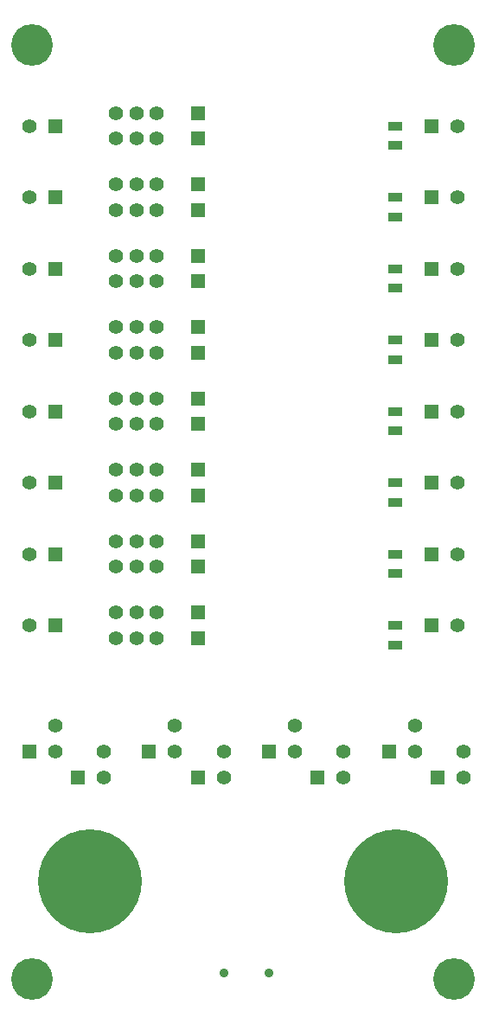
<source format=gbs>
G04 (created by PCBNEW (2013-mar-13)-testing) date vie 02 ago 2013 12:29:19 CEST*
%MOIN*%
G04 Gerber Fmt 3.4, Leading zero omitted, Abs format*
%FSLAX34Y34*%
G01*
G70*
G90*
G04 APERTURE LIST*
%ADD10C,0.005906*%
%ADD11R,0.055000X0.055000*%
%ADD12C,0.055000*%
%ADD13C,0.400000*%
%ADD14R,0.055000X0.035000*%
%ADD15C,0.160000*%
%ADD16C,0.035400*%
G04 APERTURE END LIST*
G54D10*
G54D11*
X37500Y-28000D03*
G54D12*
X35925Y-28000D03*
X35137Y-28000D03*
X34350Y-28000D03*
G54D11*
X37500Y-28984D03*
G54D12*
X35925Y-28984D03*
X35137Y-28984D03*
X34350Y-28984D03*
G54D13*
X45150Y-57625D03*
X33350Y-57625D03*
G54D11*
X46500Y-28500D03*
G54D12*
X47500Y-28500D03*
G54D11*
X46500Y-31250D03*
G54D12*
X47500Y-31250D03*
G54D11*
X46500Y-34000D03*
G54D12*
X47500Y-34000D03*
G54D11*
X46500Y-36750D03*
G54D12*
X47500Y-36750D03*
G54D11*
X46500Y-39500D03*
G54D12*
X47500Y-39500D03*
G54D11*
X46500Y-42250D03*
G54D12*
X47500Y-42250D03*
G54D11*
X46500Y-45000D03*
G54D12*
X47500Y-45000D03*
G54D11*
X46500Y-47750D03*
G54D12*
X47500Y-47750D03*
G54D11*
X32000Y-28500D03*
G54D12*
X31000Y-28500D03*
G54D11*
X32000Y-31250D03*
G54D12*
X31000Y-31250D03*
G54D11*
X32000Y-34000D03*
G54D12*
X31000Y-34000D03*
G54D11*
X32000Y-36750D03*
G54D12*
X31000Y-36750D03*
G54D11*
X32000Y-39500D03*
G54D12*
X31000Y-39500D03*
G54D11*
X32000Y-42250D03*
G54D12*
X31000Y-42250D03*
G54D11*
X32000Y-45000D03*
G54D12*
X31000Y-45000D03*
G54D11*
X32000Y-47750D03*
G54D12*
X31000Y-47750D03*
G54D14*
X45125Y-28500D03*
X45125Y-29250D03*
X45125Y-31250D03*
X45125Y-32000D03*
X45125Y-34000D03*
X45125Y-34750D03*
X45125Y-36750D03*
X45125Y-37500D03*
X45125Y-39500D03*
X45125Y-40250D03*
X45125Y-42250D03*
X45125Y-43000D03*
X45125Y-45000D03*
X45125Y-45750D03*
X45125Y-47750D03*
X45125Y-48500D03*
G54D11*
X37500Y-30750D03*
G54D12*
X35925Y-30750D03*
X35137Y-30750D03*
X34350Y-30750D03*
G54D11*
X37500Y-31734D03*
G54D12*
X35925Y-31734D03*
X35137Y-31734D03*
X34350Y-31734D03*
G54D11*
X37500Y-33500D03*
G54D12*
X35925Y-33500D03*
X35137Y-33500D03*
X34350Y-33500D03*
G54D11*
X37500Y-34484D03*
G54D12*
X35925Y-34484D03*
X35137Y-34484D03*
X34350Y-34484D03*
G54D11*
X37500Y-36250D03*
G54D12*
X35925Y-36250D03*
X35137Y-36250D03*
X34350Y-36250D03*
G54D11*
X37500Y-37234D03*
G54D12*
X35925Y-37234D03*
X35137Y-37234D03*
X34350Y-37234D03*
G54D11*
X37500Y-39000D03*
G54D12*
X35925Y-39000D03*
X35137Y-39000D03*
X34350Y-39000D03*
G54D11*
X37500Y-39984D03*
G54D12*
X35925Y-39984D03*
X35137Y-39984D03*
X34350Y-39984D03*
G54D11*
X37500Y-41750D03*
G54D12*
X35925Y-41750D03*
X35137Y-41750D03*
X34350Y-41750D03*
G54D11*
X37500Y-42734D03*
G54D12*
X35925Y-42734D03*
X35137Y-42734D03*
X34350Y-42734D03*
G54D11*
X37500Y-44500D03*
G54D12*
X35925Y-44500D03*
X35137Y-44500D03*
X34350Y-44500D03*
G54D11*
X37500Y-45484D03*
G54D12*
X35925Y-45484D03*
X35137Y-45484D03*
X34350Y-45484D03*
G54D11*
X37500Y-47250D03*
G54D12*
X35925Y-47250D03*
X35137Y-47250D03*
X34350Y-47250D03*
G54D11*
X37500Y-48234D03*
G54D12*
X35925Y-48234D03*
X35137Y-48234D03*
X34350Y-48234D03*
G54D15*
X31125Y-61375D03*
X47375Y-25375D03*
X31125Y-25375D03*
X47375Y-61375D03*
G54D16*
X38509Y-61165D03*
X40241Y-61165D03*
G54D11*
X31000Y-52625D03*
G54D12*
X32000Y-52625D03*
X32000Y-51625D03*
G54D11*
X32875Y-53625D03*
G54D12*
X33875Y-53625D03*
X33875Y-52625D03*
G54D11*
X35625Y-52625D03*
G54D12*
X36625Y-52625D03*
X36625Y-51625D03*
G54D11*
X37500Y-53625D03*
G54D12*
X38500Y-53625D03*
X38500Y-52625D03*
G54D11*
X40250Y-52625D03*
G54D12*
X41250Y-52625D03*
X41250Y-51625D03*
G54D11*
X42125Y-53625D03*
G54D12*
X43125Y-53625D03*
X43125Y-52625D03*
G54D11*
X44875Y-52625D03*
G54D12*
X45875Y-52625D03*
X45875Y-51625D03*
G54D11*
X46750Y-53625D03*
G54D12*
X47750Y-53625D03*
X47750Y-52625D03*
M02*

</source>
